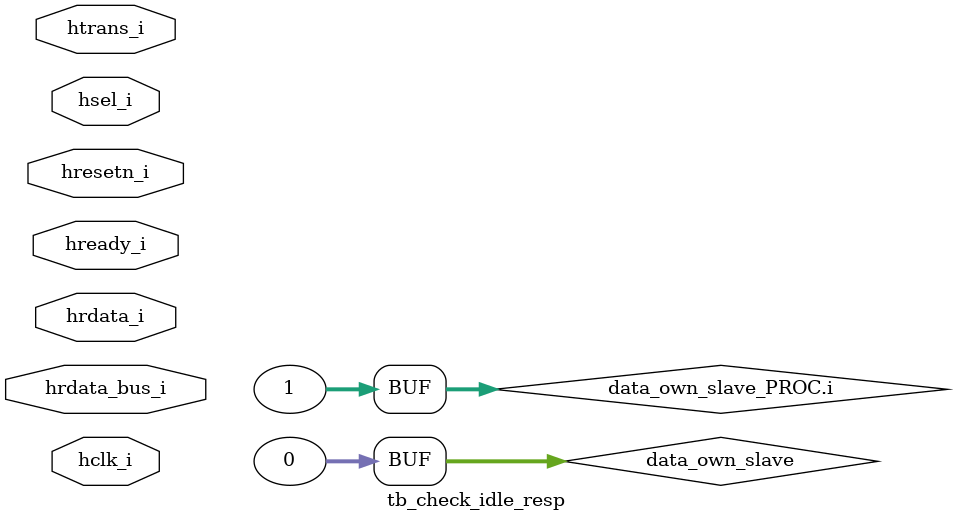
<source format=v>
/*
 ------------------------------------------------------------------------
--
//  ------------------------------------------------------------------------
//
//                    (C) COPYRIGHT 2002 - 2014 SYNOPSYS, INC.
//                            ALL RIGHTS RESERVED
//
//  This software and the associated documentation are confidential and
//  proprietary to Synopsys, Inc.  Your use or disclosure of this
//  software is subject to the terms and conditions of a written
//  license agreement between you, or your company, and Synopsys, Inc.
//
// The entire notice above must be reproduced on all authorized copies.
//
//  ------------------------------------------------------------------------

// 
// Release version :  2.11a
// File Version     :        $Revision: #5 $ 
// Revision: $Id: //dwh/DW_ocb/DW_ahb/amba_dev/sim/testbench/tb_check_idle_resp.v#5 $ 
//
** Abstract : Checks that when a slave is accessed with htrans==IDLE
**            the rdata bus of the addressed slave is multiplexed onto 
**            bus hrdata signal.
*/

module tb_check_idle_resp (
  // Inputs - System.
  hclk_i,
  hresetn_i,

  // Inputs - AHB bus.
  htrans_i,
  hsel_i,
  hready_i,

  hrdata_bus_i,
  hrdata_i
);

//----------------------------------------------------------------------
// MODULE PARAMETERS.
  parameter NUM_SLVS = 0;
  parameter RDATA_W = 0;

  parameter RDATA_BUS_W = NUM_SLVS * RDATA_W;

//----------------------------------------------------------------------
// LOCAL MACROS
  `define HTRANS_W       2
  `define HTRANS_IDLE 2'b0

//----------------------------------------------------------------------
// PORT DECLARATIONS

// Inputs - System.
  input hclk_i;    
  input hresetn_i; 

// Inputs - slaves
  input [`HTRANS_W-1:0] htrans_i;
  input [NUM_SLVS-1:0] hsel_i;
  input [RDATA_BUS_W-1:0] hrdata_bus_i;

// Inputs - ahb bus.
  input hready_i;
  input [RDATA_W-1:0] hrdata_i;


//----------------------------------------------------------------------
// INTERNAL SIGNALS
  // hsel controlled to decode which slave owns the data bus.
  reg [NUM_SLVS-1:0] hsel_data_r;

  // rdata of the slave that owns the data bus.
  wire [RDATA_W-1:0] hrdata_selected;

  // Which slave owns the data bus.
  integer data_own_slave;

  // Asserted when check condition occurs.
  reg check_done;

  //--------------------------------------------------------------------
  // Generate a version of hsel that decodes which slave owns the data 
  // bus. Due to pipelined nature of AHB bus, a master can own the 
  // command signals, while another master owns the data signals. This
  // means that we cannot use hsel directly to decode which slave owns 
  // the data busses, since hsel is a command signal.
  // Here we capture a new version of hsel when ever a new value of hsel
  // is detected (compared with previous captured version) and hready is
  // asserted. By waiting for hready we know that the previous slave has
  // finished and control of data busses is now handed over to the new
  // slave.
  always @(posedge hclk_i or negedge hresetn_i)
  begin : hsel_data_r_PROC
    if(~hresetn_i) begin
      hsel_data_r <= 0;
    end else begin
      if((hsel_data_r != hsel_i) & hready_i) hsel_data_r <= hsel_i; 
    end 
  end // hsel_data_r_PROC


  // Select the read data bus of the slave that should own the
  // data bus.
  tb_busmux_ohsel
  #(NUM_SLVS,  // Number of buses to mux between.
    RDATA_W    // Width of each bus input to the mux.
  ) 
  U_tb_busmux_ohsel (
    .sel   (hsel_data_r),
    .din   (hrdata_bus_i),
    .dout  (hrdata_selected)
  );

  // Decode integer value of slave index that owns data bus.
  always @(*)
  begin : data_own_slave_PROC
    integer i;
    data_own_slave = 0;
    for(i=0 ; i<=NUM_SLVS ; i=i+1) begin
      if(hsel_data_r[i]) data_own_slave = i;
    end
  end // data_own_slave_PROC

  // Perform the check.
  always @(posedge hclk_i)
  begin : check_PROC
    check_done = 1'b0;
   
    // This is the case we need to do the check, a slave is
    // selected, and the master is sending IDLE transactions.
    if(|hsel_i & (htrans_i == `HTRANS_IDLE)) begin

      check_done = 1'b1;

      if(hrdata_i != hrdata_selected) begin
        $display("ERROR: %0d - IDLE RESP CHECKER FAILED.", $time); 
        $display("ERROR: %0d - Bus hrdata (0x%0h) != selcted slave (%0d) hrdata (0x%0h)"
	         , $time, hrdata_i, data_own_slave, hrdata_selected); 
      end

    end

  end // check_PROC


//----------------------------------------------------------------------
// LOCAL MACROS UNDEF
  `undef HTRANS_W    
  `undef HTRANS_IDLE 

endmodule

</source>
